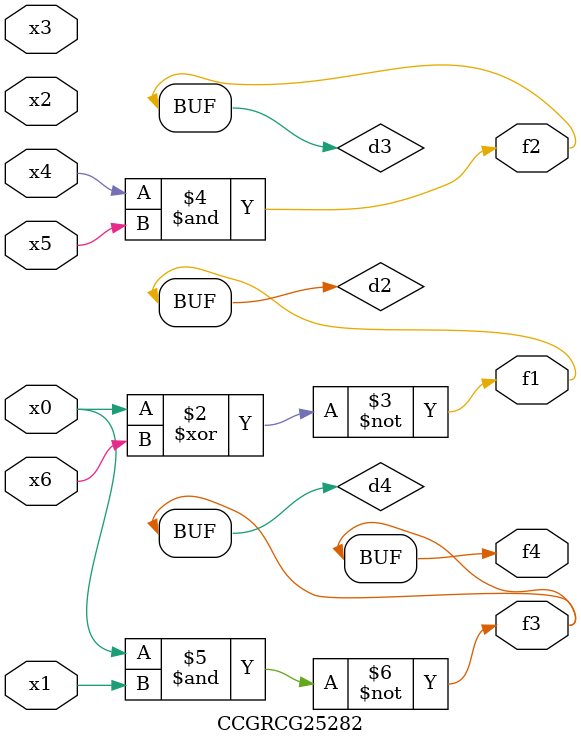
<source format=v>
module CCGRCG25282(
	input x0, x1, x2, x3, x4, x5, x6,
	output f1, f2, f3, f4
);

	wire d1, d2, d3, d4;

	nor (d1, x0);
	xnor (d2, x0, x6);
	and (d3, x4, x5);
	nand (d4, x0, x1);
	assign f1 = d2;
	assign f2 = d3;
	assign f3 = d4;
	assign f4 = d4;
endmodule

</source>
